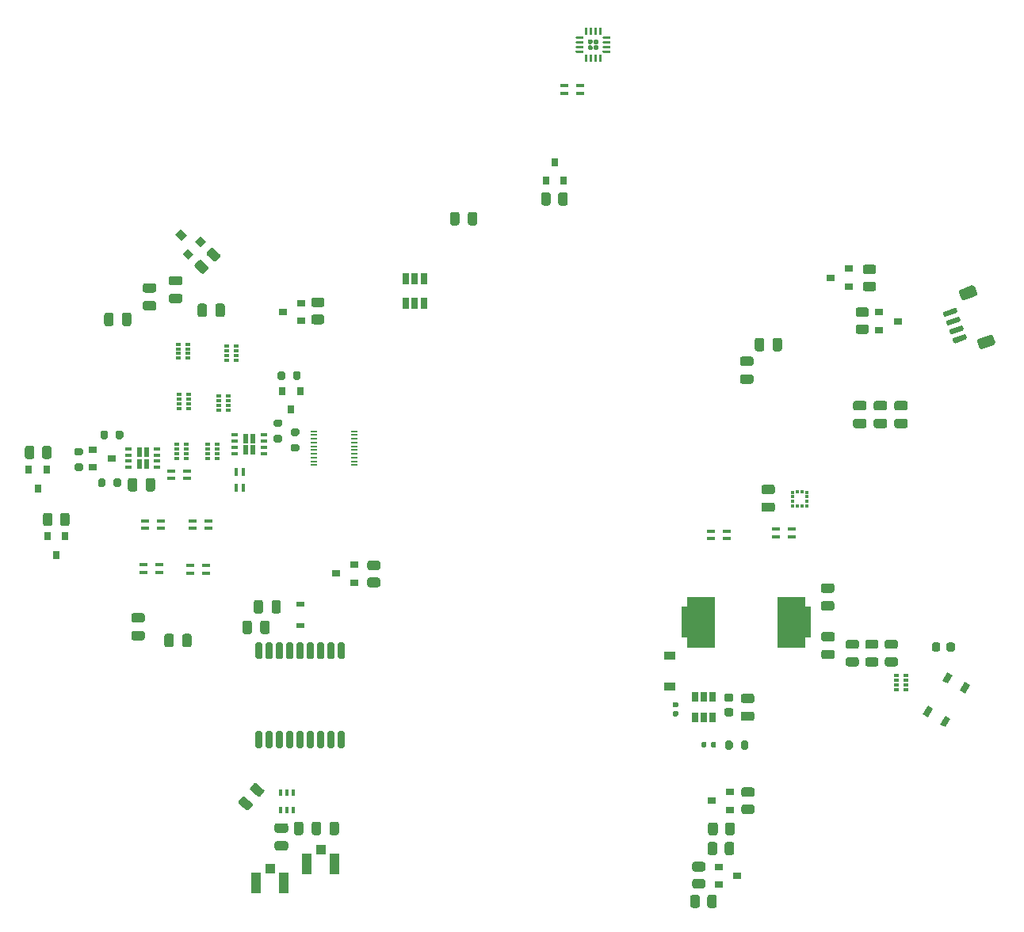
<source format=gbr>
G04 #@! TF.GenerationSoftware,KiCad,Pcbnew,(5.1.7)-1*
G04 #@! TF.CreationDate,2021-09-21T18:23:52-07:00*
G04 #@! TF.ProjectId,LCP_Controller,4c43505f-436f-46e7-9472-6f6c6c65722e,rev?*
G04 #@! TF.SameCoordinates,Original*
G04 #@! TF.FileFunction,Paste,Top*
G04 #@! TF.FilePolarity,Positive*
%FSLAX46Y46*%
G04 Gerber Fmt 4.6, Leading zero omitted, Abs format (unit mm)*
G04 Created by KiCad (PCBNEW (5.1.7)-1) date 2021-09-21 18:23:52*
%MOMM*%
%LPD*%
G01*
G04 APERTURE LIST*
%ADD10R,0.900000X0.400000*%
%ADD11R,0.800000X0.900000*%
%ADD12R,0.700000X0.200000*%
%ADD13R,0.600000X1.000000*%
%ADD14R,0.650000X0.350000*%
%ADD15R,0.650000X1.060000*%
%ADD16R,1.200000X0.900000*%
%ADD17R,0.900000X0.800000*%
%ADD18C,0.100000*%
%ADD19R,0.830000X0.630000*%
%ADD20R,0.325000X0.325000*%
%ADD21R,0.500000X0.400000*%
%ADD22R,0.500000X0.300000*%
%ADD23R,1.050000X2.200000*%
%ADD24R,1.000000X1.050000*%
%ADD25R,0.400000X0.650000*%
%ADD26R,0.650000X1.220000*%
%ADD27R,0.400000X0.900000*%
G04 APERTURE END LIST*
G36*
G01*
X148750400Y-124579400D02*
X148750400Y-123629400D01*
G75*
G02*
X149000400Y-123379400I250000J0D01*
G01*
X149500400Y-123379400D01*
G75*
G02*
X149750400Y-123629400I0J-250000D01*
G01*
X149750400Y-124579400D01*
G75*
G02*
X149500400Y-124829400I-250000J0D01*
G01*
X149000400Y-124829400D01*
G75*
G02*
X148750400Y-124579400I0J250000D01*
G01*
G37*
G36*
G01*
X150650400Y-124579400D02*
X150650400Y-123629400D01*
G75*
G02*
X150900400Y-123379400I250000J0D01*
G01*
X151400400Y-123379400D01*
G75*
G02*
X151650400Y-123629400I0J-250000D01*
G01*
X151650400Y-124579400D01*
G75*
G02*
X151400400Y-124829400I-250000J0D01*
G01*
X150900400Y-124829400D01*
G75*
G02*
X150650400Y-124579400I0J250000D01*
G01*
G37*
D10*
X210500000Y-148300000D03*
X210500000Y-147500000D03*
X212200000Y-147500000D03*
X212200000Y-148300000D03*
G36*
G01*
X134054800Y-146906401D02*
X134054800Y-146006399D01*
G75*
G02*
X134304799Y-145756400I249999J0D01*
G01*
X134829801Y-145756400D01*
G75*
G02*
X135079800Y-146006399I0J-249999D01*
G01*
X135079800Y-146906401D01*
G75*
G02*
X134829801Y-147156400I-249999J0D01*
G01*
X134304799Y-147156400D01*
G75*
G02*
X134054800Y-146906401I0J249999D01*
G01*
G37*
G36*
G01*
X132229800Y-146906401D02*
X132229800Y-146006399D01*
G75*
G02*
X132479799Y-145756400I249999J0D01*
G01*
X133004801Y-145756400D01*
G75*
G02*
X133254800Y-146006399I0J-249999D01*
G01*
X133254800Y-146906401D01*
G75*
G02*
X133004801Y-147156400I-249999J0D01*
G01*
X132479799Y-147156400D01*
G75*
G02*
X132229800Y-146906401I0J249999D01*
G01*
G37*
D11*
X133654800Y-150250400D03*
X132704800Y-148250400D03*
X134604800Y-148250400D03*
D12*
X161147000Y-137046000D03*
X165497000Y-137046000D03*
X161147000Y-137446000D03*
X165497000Y-137446000D03*
X161147000Y-137846000D03*
X165497000Y-137846000D03*
X161147000Y-138246000D03*
X165497000Y-138246000D03*
X161147000Y-138646000D03*
X165497000Y-138646000D03*
X161147000Y-139046000D03*
X165497000Y-139046000D03*
X161147000Y-139446000D03*
X165497000Y-139446000D03*
X161147000Y-139846000D03*
X165497000Y-139846000D03*
X161147000Y-140246000D03*
X165497000Y-140246000D03*
X161147000Y-140646000D03*
X165497000Y-140646000D03*
D10*
X144678400Y-151295200D03*
X144678400Y-152095200D03*
X142978400Y-152095200D03*
X142978400Y-151295200D03*
X149694000Y-151390400D03*
X149694000Y-152190400D03*
X147994000Y-152190400D03*
X147994000Y-151390400D03*
X144817200Y-146615200D03*
X144817200Y-147415200D03*
X143117200Y-147415200D03*
X143117200Y-146615200D03*
X149948000Y-146615200D03*
X149948000Y-147415200D03*
X148248000Y-147415200D03*
X148248000Y-146615200D03*
D13*
X153867300Y-137820200D03*
X154642300Y-137820200D03*
X154642300Y-139020200D03*
X153867300Y-139020200D03*
D14*
X155804800Y-137445200D03*
X155804800Y-138095200D03*
X155804800Y-138745200D03*
X155804800Y-139395200D03*
X152704800Y-139395200D03*
X152704800Y-138745200D03*
X152704800Y-138095200D03*
X152704800Y-137445200D03*
D13*
X143287900Y-140503200D03*
X142512900Y-140503200D03*
X142512900Y-139303200D03*
X143287900Y-139303200D03*
D14*
X141350400Y-140878200D03*
X141350400Y-140228200D03*
X141350400Y-139578200D03*
X141350400Y-138928200D03*
X144450400Y-138928200D03*
X144450400Y-139578200D03*
X144450400Y-140228200D03*
X144450400Y-140878200D03*
G36*
G01*
X207025000Y-167000000D02*
X207975000Y-167000000D01*
G75*
G02*
X208225000Y-167250000I0J-250000D01*
G01*
X208225000Y-167750000D01*
G75*
G02*
X207975000Y-168000000I-250000J0D01*
G01*
X207025000Y-168000000D01*
G75*
G02*
X206775000Y-167750000I0J250000D01*
G01*
X206775000Y-167250000D01*
G75*
G02*
X207025000Y-167000000I250000J0D01*
G01*
G37*
G36*
G01*
X207025000Y-165100000D02*
X207975000Y-165100000D01*
G75*
G02*
X208225000Y-165350000I0J-250000D01*
G01*
X208225000Y-165850000D01*
G75*
G02*
X207975000Y-166100000I-250000J0D01*
G01*
X207025000Y-166100000D01*
G75*
G02*
X206775000Y-165850000I0J250000D01*
G01*
X206775000Y-165350000D01*
G75*
G02*
X207025000Y-165100000I250000J0D01*
G01*
G37*
G36*
G01*
X224375000Y-134800000D02*
X223425000Y-134800000D01*
G75*
G02*
X223175000Y-134550000I0J250000D01*
G01*
X223175000Y-134050000D01*
G75*
G02*
X223425000Y-133800000I250000J0D01*
G01*
X224375000Y-133800000D01*
G75*
G02*
X224625000Y-134050000I0J-250000D01*
G01*
X224625000Y-134550000D01*
G75*
G02*
X224375000Y-134800000I-250000J0D01*
G01*
G37*
G36*
G01*
X224375000Y-136700000D02*
X223425000Y-136700000D01*
G75*
G02*
X223175000Y-136450000I0J250000D01*
G01*
X223175000Y-135950000D01*
G75*
G02*
X223425000Y-135700000I250000J0D01*
G01*
X224375000Y-135700000D01*
G75*
G02*
X224625000Y-135950000I0J-250000D01*
G01*
X224625000Y-136450000D01*
G75*
G02*
X224375000Y-136700000I-250000J0D01*
G01*
G37*
D10*
X187900000Y-100900000D03*
X187900000Y-100100000D03*
X189600000Y-100100000D03*
X189600000Y-100900000D03*
D15*
X202850000Y-165450000D03*
X201900000Y-165450000D03*
X203800000Y-165450000D03*
X203800000Y-167650000D03*
X202850000Y-167650000D03*
X201900000Y-167650000D03*
D16*
X199200000Y-161050000D03*
X199200000Y-164350000D03*
G36*
G01*
X147109600Y-159885400D02*
X147109600Y-158935400D01*
G75*
G02*
X147359600Y-158685400I250000J0D01*
G01*
X147859600Y-158685400D01*
G75*
G02*
X148109600Y-158935400I0J-250000D01*
G01*
X148109600Y-159885400D01*
G75*
G02*
X147859600Y-160135400I-250000J0D01*
G01*
X147359600Y-160135400D01*
G75*
G02*
X147109600Y-159885400I0J250000D01*
G01*
G37*
G36*
G01*
X145209600Y-159885400D02*
X145209600Y-158935400D01*
G75*
G02*
X145459600Y-158685400I250000J0D01*
G01*
X145959600Y-158685400D01*
G75*
G02*
X146209600Y-158935400I0J-250000D01*
G01*
X146209600Y-159885400D01*
G75*
G02*
X145959600Y-160135400I-250000J0D01*
G01*
X145459600Y-160135400D01*
G75*
G02*
X145209600Y-159885400I0J250000D01*
G01*
G37*
G36*
G01*
X215625000Y-160400000D02*
X216575000Y-160400000D01*
G75*
G02*
X216825000Y-160650000I0J-250000D01*
G01*
X216825000Y-161150000D01*
G75*
G02*
X216575000Y-161400000I-250000J0D01*
G01*
X215625000Y-161400000D01*
G75*
G02*
X215375000Y-161150000I0J250000D01*
G01*
X215375000Y-160650000D01*
G75*
G02*
X215625000Y-160400000I250000J0D01*
G01*
G37*
G36*
G01*
X215625000Y-158500000D02*
X216575000Y-158500000D01*
G75*
G02*
X216825000Y-158750000I0J-250000D01*
G01*
X216825000Y-159250000D01*
G75*
G02*
X216575000Y-159500000I-250000J0D01*
G01*
X215625000Y-159500000D01*
G75*
G02*
X215375000Y-159250000I0J250000D01*
G01*
X215375000Y-158750000D01*
G75*
G02*
X215625000Y-158500000I250000J0D01*
G01*
G37*
G36*
G01*
X216525000Y-154300000D02*
X215575000Y-154300000D01*
G75*
G02*
X215325000Y-154050000I0J250000D01*
G01*
X215325000Y-153550000D01*
G75*
G02*
X215575000Y-153300000I250000J0D01*
G01*
X216525000Y-153300000D01*
G75*
G02*
X216775000Y-153550000I0J-250000D01*
G01*
X216775000Y-154050000D01*
G75*
G02*
X216525000Y-154300000I-250000J0D01*
G01*
G37*
G36*
G01*
X216525000Y-156200000D02*
X215575000Y-156200000D01*
G75*
G02*
X215325000Y-155950000I0J250000D01*
G01*
X215325000Y-155450000D01*
G75*
G02*
X215575000Y-155200000I250000J0D01*
G01*
X216525000Y-155200000D01*
G75*
G02*
X216775000Y-155450000I0J-250000D01*
G01*
X216775000Y-155950000D01*
G75*
G02*
X216525000Y-156200000I-250000J0D01*
G01*
G37*
G36*
G01*
X199970000Y-166550000D02*
X199630000Y-166550000D01*
G75*
G02*
X199490000Y-166410000I0J140000D01*
G01*
X199490000Y-166130000D01*
G75*
G02*
X199630000Y-165990000I140000J0D01*
G01*
X199970000Y-165990000D01*
G75*
G02*
X200110000Y-166130000I0J-140000D01*
G01*
X200110000Y-166410000D01*
G75*
G02*
X199970000Y-166550000I-140000J0D01*
G01*
G37*
G36*
G01*
X199970000Y-167510000D02*
X199630000Y-167510000D01*
G75*
G02*
X199490000Y-167370000I0J140000D01*
G01*
X199490000Y-167090000D01*
G75*
G02*
X199630000Y-166950000I140000J0D01*
G01*
X199970000Y-166950000D01*
G75*
G02*
X200110000Y-167090000I0J-140000D01*
G01*
X200110000Y-167370000D01*
G75*
G02*
X199970000Y-167510000I-140000J0D01*
G01*
G37*
G36*
G01*
X205250000Y-166625000D02*
X205750000Y-166625000D01*
G75*
G02*
X205975000Y-166850000I0J-225000D01*
G01*
X205975000Y-167300000D01*
G75*
G02*
X205750000Y-167525000I-225000J0D01*
G01*
X205250000Y-167525000D01*
G75*
G02*
X205025000Y-167300000I0J225000D01*
G01*
X205025000Y-166850000D01*
G75*
G02*
X205250000Y-166625000I225000J0D01*
G01*
G37*
G36*
G01*
X205250000Y-165075000D02*
X205750000Y-165075000D01*
G75*
G02*
X205975000Y-165300000I0J-225000D01*
G01*
X205975000Y-165750000D01*
G75*
G02*
X205750000Y-165975000I-225000J0D01*
G01*
X205250000Y-165975000D01*
G75*
G02*
X205025000Y-165750000I0J225000D01*
G01*
X205025000Y-165300000D01*
G75*
G02*
X205250000Y-165075000I225000J0D01*
G01*
G37*
D17*
X216347800Y-120599200D03*
X218347800Y-119649200D03*
X218347800Y-121549200D03*
D18*
G36*
X147584431Y-116054951D02*
G01*
X147018745Y-116620637D01*
X146382349Y-115984241D01*
X146948035Y-115418555D01*
X147584431Y-116054951D01*
G37*
G36*
X149670396Y-116797413D02*
G01*
X149104710Y-117363099D01*
X148468314Y-116726703D01*
X149034000Y-116161017D01*
X149670396Y-116797413D01*
G37*
G36*
X148326893Y-118140916D02*
G01*
X147761207Y-118706602D01*
X147124811Y-118070206D01*
X147690497Y-117504520D01*
X148326893Y-118140916D01*
G37*
G36*
X230731115Y-165094173D02*
G01*
X230168199Y-164769173D01*
X230693199Y-163859847D01*
X231256115Y-164184847D01*
X230731115Y-165094173D01*
G37*
G36*
X228656115Y-168688179D02*
G01*
X228093199Y-168363179D01*
X228618199Y-167453853D01*
X229181115Y-167778853D01*
X228656115Y-168688179D01*
G37*
G36*
X228869161Y-164019173D02*
G01*
X228306245Y-163694173D01*
X228831245Y-162784847D01*
X229394161Y-163109847D01*
X228869161Y-164019173D01*
G37*
G36*
X226794161Y-167613179D02*
G01*
X226231245Y-167288179D01*
X226756245Y-166378853D01*
X227319161Y-166703853D01*
X226794161Y-167613179D01*
G37*
G36*
G01*
X132126300Y-139743601D02*
X132126300Y-138843599D01*
G75*
G02*
X132376299Y-138593600I249999J0D01*
G01*
X132901301Y-138593600D01*
G75*
G02*
X133151300Y-138843599I0J-249999D01*
G01*
X133151300Y-139743601D01*
G75*
G02*
X132901301Y-139993600I-249999J0D01*
G01*
X132376299Y-139993600D01*
G75*
G02*
X132126300Y-139743601I0J249999D01*
G01*
G37*
G36*
G01*
X130301300Y-139743601D02*
X130301300Y-138843599D01*
G75*
G02*
X130551299Y-138593600I249999J0D01*
G01*
X131076301Y-138593600D01*
G75*
G02*
X131326300Y-138843599I0J-249999D01*
G01*
X131326300Y-139743601D01*
G75*
G02*
X131076301Y-139993600I-249999J0D01*
G01*
X130551299Y-139993600D01*
G75*
G02*
X130301300Y-139743601I0J249999D01*
G01*
G37*
D11*
X131673600Y-143138400D03*
X130723600Y-141138400D03*
X132623600Y-141138400D03*
G36*
G01*
X142867400Y-157487200D02*
X141917400Y-157487200D01*
G75*
G02*
X141667400Y-157237200I0J250000D01*
G01*
X141667400Y-156737200D01*
G75*
G02*
X141917400Y-156487200I250000J0D01*
G01*
X142867400Y-156487200D01*
G75*
G02*
X143117400Y-156737200I0J-250000D01*
G01*
X143117400Y-157237200D01*
G75*
G02*
X142867400Y-157487200I-250000J0D01*
G01*
G37*
G36*
G01*
X142867400Y-159387200D02*
X141917400Y-159387200D01*
G75*
G02*
X141667400Y-159137200I0J250000D01*
G01*
X141667400Y-158637200D01*
G75*
G02*
X141917400Y-158387200I250000J0D01*
G01*
X142867400Y-158387200D01*
G75*
G02*
X143117400Y-158637200I0J-250000D01*
G01*
X143117400Y-159137200D01*
G75*
G02*
X142867400Y-159387200I-250000J0D01*
G01*
G37*
D17*
X206400000Y-184550000D03*
X204400000Y-185500000D03*
X204400000Y-183600000D03*
G36*
G01*
X163925000Y-169100000D02*
X164275000Y-169100000D01*
G75*
G02*
X164450000Y-169275000I0J-175000D01*
G01*
X164450000Y-170725000D01*
G75*
G02*
X164275000Y-170900000I-175000J0D01*
G01*
X163925000Y-170900000D01*
G75*
G02*
X163750000Y-170725000I0J175000D01*
G01*
X163750000Y-169275000D01*
G75*
G02*
X163925000Y-169100000I175000J0D01*
G01*
G37*
G36*
G01*
X162800000Y-169100000D02*
X163200000Y-169100000D01*
G75*
G02*
X163400000Y-169300000I0J-200000D01*
G01*
X163400000Y-170700000D01*
G75*
G02*
X163200000Y-170900000I-200000J0D01*
G01*
X162800000Y-170900000D01*
G75*
G02*
X162600000Y-170700000I0J200000D01*
G01*
X162600000Y-169300000D01*
G75*
G02*
X162800000Y-169100000I200000J0D01*
G01*
G37*
G36*
G01*
X161700000Y-169100000D02*
X162100000Y-169100000D01*
G75*
G02*
X162300000Y-169300000I0J-200000D01*
G01*
X162300000Y-170700000D01*
G75*
G02*
X162100000Y-170900000I-200000J0D01*
G01*
X161700000Y-170900000D01*
G75*
G02*
X161500000Y-170700000I0J200000D01*
G01*
X161500000Y-169300000D01*
G75*
G02*
X161700000Y-169100000I200000J0D01*
G01*
G37*
G36*
G01*
X160600000Y-169100000D02*
X161000000Y-169100000D01*
G75*
G02*
X161200000Y-169300000I0J-200000D01*
G01*
X161200000Y-170700000D01*
G75*
G02*
X161000000Y-170900000I-200000J0D01*
G01*
X160600000Y-170900000D01*
G75*
G02*
X160400000Y-170700000I0J200000D01*
G01*
X160400000Y-169300000D01*
G75*
G02*
X160600000Y-169100000I200000J0D01*
G01*
G37*
G36*
G01*
X159500000Y-169100000D02*
X159900000Y-169100000D01*
G75*
G02*
X160100000Y-169300000I0J-200000D01*
G01*
X160100000Y-170700000D01*
G75*
G02*
X159900000Y-170900000I-200000J0D01*
G01*
X159500000Y-170900000D01*
G75*
G02*
X159300000Y-170700000I0J200000D01*
G01*
X159300000Y-169300000D01*
G75*
G02*
X159500000Y-169100000I200000J0D01*
G01*
G37*
G36*
G01*
X158400000Y-169100000D02*
X158800000Y-169100000D01*
G75*
G02*
X159000000Y-169300000I0J-200000D01*
G01*
X159000000Y-170700000D01*
G75*
G02*
X158800000Y-170900000I-200000J0D01*
G01*
X158400000Y-170900000D01*
G75*
G02*
X158200000Y-170700000I0J200000D01*
G01*
X158200000Y-169300000D01*
G75*
G02*
X158400000Y-169100000I200000J0D01*
G01*
G37*
G36*
G01*
X157300000Y-169100000D02*
X157700000Y-169100000D01*
G75*
G02*
X157900000Y-169300000I0J-200000D01*
G01*
X157900000Y-170700000D01*
G75*
G02*
X157700000Y-170900000I-200000J0D01*
G01*
X157300000Y-170900000D01*
G75*
G02*
X157100000Y-170700000I0J200000D01*
G01*
X157100000Y-169300000D01*
G75*
G02*
X157300000Y-169100000I200000J0D01*
G01*
G37*
G36*
G01*
X156200000Y-169100000D02*
X156600000Y-169100000D01*
G75*
G02*
X156800000Y-169300000I0J-200000D01*
G01*
X156800000Y-170700000D01*
G75*
G02*
X156600000Y-170900000I-200000J0D01*
G01*
X156200000Y-170900000D01*
G75*
G02*
X156000000Y-170700000I0J200000D01*
G01*
X156000000Y-169300000D01*
G75*
G02*
X156200000Y-169100000I200000J0D01*
G01*
G37*
G36*
G01*
X155125000Y-169100000D02*
X155475000Y-169100000D01*
G75*
G02*
X155650000Y-169275000I0J-175000D01*
G01*
X155650000Y-170725000D01*
G75*
G02*
X155475000Y-170900000I-175000J0D01*
G01*
X155125000Y-170900000D01*
G75*
G02*
X154950000Y-170725000I0J175000D01*
G01*
X154950000Y-169275000D01*
G75*
G02*
X155125000Y-169100000I175000J0D01*
G01*
G37*
G36*
G01*
X155125000Y-159600000D02*
X155475000Y-159600000D01*
G75*
G02*
X155650000Y-159775000I0J-175000D01*
G01*
X155650000Y-161225000D01*
G75*
G02*
X155475000Y-161400000I-175000J0D01*
G01*
X155125000Y-161400000D01*
G75*
G02*
X154950000Y-161225000I0J175000D01*
G01*
X154950000Y-159775000D01*
G75*
G02*
X155125000Y-159600000I175000J0D01*
G01*
G37*
G36*
G01*
X156200000Y-159600000D02*
X156600000Y-159600000D01*
G75*
G02*
X156800000Y-159800000I0J-200000D01*
G01*
X156800000Y-161200000D01*
G75*
G02*
X156600000Y-161400000I-200000J0D01*
G01*
X156200000Y-161400000D01*
G75*
G02*
X156000000Y-161200000I0J200000D01*
G01*
X156000000Y-159800000D01*
G75*
G02*
X156200000Y-159600000I200000J0D01*
G01*
G37*
G36*
G01*
X157300000Y-159600000D02*
X157700000Y-159600000D01*
G75*
G02*
X157900000Y-159800000I0J-200000D01*
G01*
X157900000Y-161200000D01*
G75*
G02*
X157700000Y-161400000I-200000J0D01*
G01*
X157300000Y-161400000D01*
G75*
G02*
X157100000Y-161200000I0J200000D01*
G01*
X157100000Y-159800000D01*
G75*
G02*
X157300000Y-159600000I200000J0D01*
G01*
G37*
G36*
G01*
X158400000Y-159600000D02*
X158800000Y-159600000D01*
G75*
G02*
X159000000Y-159800000I0J-200000D01*
G01*
X159000000Y-161200000D01*
G75*
G02*
X158800000Y-161400000I-200000J0D01*
G01*
X158400000Y-161400000D01*
G75*
G02*
X158200000Y-161200000I0J200000D01*
G01*
X158200000Y-159800000D01*
G75*
G02*
X158400000Y-159600000I200000J0D01*
G01*
G37*
G36*
G01*
X159500000Y-159600000D02*
X159900000Y-159600000D01*
G75*
G02*
X160100000Y-159800000I0J-200000D01*
G01*
X160100000Y-161200000D01*
G75*
G02*
X159900000Y-161400000I-200000J0D01*
G01*
X159500000Y-161400000D01*
G75*
G02*
X159300000Y-161200000I0J200000D01*
G01*
X159300000Y-159800000D01*
G75*
G02*
X159500000Y-159600000I200000J0D01*
G01*
G37*
G36*
G01*
X160600000Y-159600000D02*
X161000000Y-159600000D01*
G75*
G02*
X161200000Y-159800000I0J-200000D01*
G01*
X161200000Y-161200000D01*
G75*
G02*
X161000000Y-161400000I-200000J0D01*
G01*
X160600000Y-161400000D01*
G75*
G02*
X160400000Y-161200000I0J200000D01*
G01*
X160400000Y-159800000D01*
G75*
G02*
X160600000Y-159600000I200000J0D01*
G01*
G37*
G36*
G01*
X161700000Y-159600000D02*
X162100000Y-159600000D01*
G75*
G02*
X162300000Y-159800000I0J-200000D01*
G01*
X162300000Y-161200000D01*
G75*
G02*
X162100000Y-161400000I-200000J0D01*
G01*
X161700000Y-161400000D01*
G75*
G02*
X161500000Y-161200000I0J200000D01*
G01*
X161500000Y-159800000D01*
G75*
G02*
X161700000Y-159600000I200000J0D01*
G01*
G37*
G36*
G01*
X162800000Y-159600000D02*
X163200000Y-159600000D01*
G75*
G02*
X163400000Y-159800000I0J-200000D01*
G01*
X163400000Y-161200000D01*
G75*
G02*
X163200000Y-161400000I-200000J0D01*
G01*
X162800000Y-161400000D01*
G75*
G02*
X162600000Y-161200000I0J200000D01*
G01*
X162600000Y-159800000D01*
G75*
G02*
X162800000Y-159600000I200000J0D01*
G01*
G37*
G36*
G01*
X163925000Y-159600000D02*
X164275000Y-159600000D01*
G75*
G02*
X164450000Y-159775000I0J-175000D01*
G01*
X164450000Y-161225000D01*
G75*
G02*
X164275000Y-161400000I-175000J0D01*
G01*
X163925000Y-161400000D01*
G75*
G02*
X163750000Y-161225000I0J175000D01*
G01*
X163750000Y-159775000D01*
G75*
G02*
X163925000Y-159600000I175000J0D01*
G01*
G37*
G36*
G01*
X161950000Y-179025000D02*
X161950000Y-179975000D01*
G75*
G02*
X161700000Y-180225000I-250000J0D01*
G01*
X161200000Y-180225000D01*
G75*
G02*
X160950000Y-179975000I0J250000D01*
G01*
X160950000Y-179025000D01*
G75*
G02*
X161200000Y-178775000I250000J0D01*
G01*
X161700000Y-178775000D01*
G75*
G02*
X161950000Y-179025000I0J-250000D01*
G01*
G37*
G36*
G01*
X163850000Y-179025000D02*
X163850000Y-179975000D01*
G75*
G02*
X163600000Y-180225000I-250000J0D01*
G01*
X163100000Y-180225000D01*
G75*
G02*
X162850000Y-179975000I0J250000D01*
G01*
X162850000Y-179025000D01*
G75*
G02*
X163100000Y-178775000I250000J0D01*
G01*
X163600000Y-178775000D01*
G75*
G02*
X163850000Y-179025000I0J-250000D01*
G01*
G37*
D19*
X159715200Y-155517200D03*
X159715200Y-157817200D03*
D20*
X213350000Y-145062500D03*
X212850000Y-145062500D03*
X212850000Y-143537500D03*
X213350000Y-143537500D03*
X212337500Y-145050000D03*
X213862500Y-145050000D03*
X212337500Y-143550000D03*
X213862500Y-143550000D03*
X212337500Y-144050000D03*
X212337500Y-144550000D03*
X213862500Y-144050000D03*
X213862500Y-144550000D03*
D18*
G36*
X203994255Y-154733961D02*
G01*
X204003634Y-154736806D01*
X204012279Y-154741427D01*
X204019855Y-154747645D01*
X204026073Y-154755221D01*
X204030694Y-154763866D01*
X204033539Y-154773245D01*
X204034500Y-154783000D01*
X204034500Y-160117000D01*
X204033539Y-160126755D01*
X204030694Y-160136134D01*
X204026073Y-160144779D01*
X204019855Y-160152355D01*
X204012279Y-160158573D01*
X204003634Y-160163194D01*
X203994255Y-160166039D01*
X203984500Y-160167000D01*
X201063500Y-160167000D01*
X201053745Y-160166039D01*
X201044366Y-160163194D01*
X201035721Y-160158573D01*
X201028145Y-160152355D01*
X201021927Y-160144779D01*
X201017306Y-160136134D01*
X201014461Y-160126755D01*
X201013500Y-160117000D01*
X201013500Y-159087500D01*
X200492000Y-159087500D01*
X200482245Y-159086539D01*
X200472866Y-159083694D01*
X200464221Y-159079073D01*
X200456645Y-159072855D01*
X200450427Y-159065279D01*
X200445806Y-159056634D01*
X200442961Y-159047255D01*
X200442000Y-159037500D01*
X200442000Y-155862500D01*
X200442961Y-155852745D01*
X200445806Y-155843366D01*
X200450427Y-155834721D01*
X200456645Y-155827145D01*
X200464221Y-155820927D01*
X200472866Y-155816306D01*
X200482245Y-155813461D01*
X200492000Y-155812500D01*
X201013500Y-155812500D01*
X201013500Y-154783000D01*
X201014461Y-154773245D01*
X201017306Y-154763866D01*
X201021927Y-154755221D01*
X201028145Y-154747645D01*
X201035721Y-154741427D01*
X201044366Y-154736806D01*
X201053745Y-154733961D01*
X201063500Y-154733000D01*
X203984500Y-154733000D01*
X203994255Y-154733961D01*
G37*
G36*
X213646255Y-154733961D02*
G01*
X213655634Y-154736806D01*
X213664279Y-154741427D01*
X213671855Y-154747645D01*
X213678073Y-154755221D01*
X213682694Y-154763866D01*
X213685539Y-154773245D01*
X213686500Y-154783000D01*
X213686500Y-155812500D01*
X214208000Y-155812500D01*
X214217755Y-155813461D01*
X214227134Y-155816306D01*
X214235779Y-155820927D01*
X214243355Y-155827145D01*
X214249573Y-155834721D01*
X214254194Y-155843366D01*
X214257039Y-155852745D01*
X214258000Y-155862500D01*
X214258000Y-159037500D01*
X214257039Y-159047255D01*
X214254194Y-159056634D01*
X214249573Y-159065279D01*
X214243355Y-159072855D01*
X214235779Y-159079073D01*
X214227134Y-159083694D01*
X214217755Y-159086539D01*
X214208000Y-159087500D01*
X213686500Y-159087500D01*
X213686500Y-160117000D01*
X213685539Y-160126755D01*
X213682694Y-160136134D01*
X213678073Y-160144779D01*
X213671855Y-160152355D01*
X213664279Y-160158573D01*
X213655634Y-160163194D01*
X213646255Y-160166039D01*
X213636500Y-160167000D01*
X210779000Y-160167000D01*
X210769245Y-160166039D01*
X210759866Y-160163194D01*
X210751221Y-160158573D01*
X210743645Y-160152355D01*
X210737427Y-160144779D01*
X210732806Y-160136134D01*
X210729961Y-160126755D01*
X210729000Y-160117000D01*
X210729000Y-154783000D01*
X210729961Y-154773245D01*
X210732806Y-154763866D01*
X210737427Y-154755221D01*
X210743645Y-154747645D01*
X210751221Y-154741427D01*
X210759866Y-154736806D01*
X210769245Y-154733961D01*
X210779000Y-154733000D01*
X213636500Y-154733000D01*
X213646255Y-154733961D01*
G37*
D21*
X150868000Y-139942000D03*
D22*
X150868000Y-139442000D03*
D21*
X150868000Y-138442000D03*
D22*
X150868000Y-138942000D03*
D21*
X149868000Y-139942000D03*
D22*
X149868000Y-138942000D03*
X149868000Y-139442000D03*
D21*
X149868000Y-138442000D03*
X146566000Y-138442000D03*
D22*
X146566000Y-138942000D03*
D21*
X146566000Y-139942000D03*
D22*
X146566000Y-139442000D03*
D21*
X147566000Y-138442000D03*
D22*
X147566000Y-139442000D03*
X147566000Y-138942000D03*
D21*
X147566000Y-139942000D03*
X152036400Y-134760400D03*
D22*
X152036400Y-134260400D03*
D21*
X152036400Y-133260400D03*
D22*
X152036400Y-133760400D03*
D21*
X151036400Y-134760400D03*
D22*
X151036400Y-133760400D03*
X151036400Y-134260400D03*
D21*
X151036400Y-133260400D03*
X146769200Y-133108000D03*
D22*
X146769200Y-133608000D03*
D21*
X146769200Y-134608000D03*
D22*
X146769200Y-134108000D03*
D21*
X147769200Y-133108000D03*
D22*
X147769200Y-134108000D03*
X147769200Y-133608000D03*
D21*
X147769200Y-134608000D03*
X152857200Y-129422400D03*
D22*
X152857200Y-128922400D03*
D21*
X152857200Y-127922400D03*
D22*
X152857200Y-128422400D03*
D21*
X151857200Y-129422400D03*
D22*
X151857200Y-128422400D03*
X151857200Y-128922400D03*
D21*
X151857200Y-127922400D03*
X146718400Y-127723200D03*
D22*
X146718400Y-128223200D03*
D21*
X146718400Y-129223200D03*
D22*
X146718400Y-128723200D03*
D21*
X147718400Y-127723200D03*
D22*
X147718400Y-128723200D03*
X147718400Y-128223200D03*
D21*
X147718400Y-129223200D03*
X224434400Y-164669600D03*
D22*
X224434400Y-164169600D03*
D21*
X224434400Y-163169600D03*
D22*
X224434400Y-163669600D03*
D21*
X223434400Y-164669600D03*
D22*
X223434400Y-163669600D03*
X223434400Y-164169600D03*
D21*
X223434400Y-163169600D03*
D23*
X163375000Y-183275000D03*
D24*
X161900000Y-181750000D03*
D23*
X160425000Y-183275000D03*
D25*
X157650000Y-175650000D03*
X158950000Y-175650000D03*
X158300000Y-177550000D03*
X158300000Y-175650000D03*
X158950000Y-177550000D03*
X157650000Y-177550000D03*
D26*
X172908000Y-123342400D03*
X171958000Y-123342400D03*
X171008000Y-123342400D03*
X171008000Y-120722400D03*
X171958000Y-120722400D03*
X172908000Y-120722400D03*
G36*
G01*
X190940000Y-95265000D02*
X190940000Y-95515000D01*
G75*
G02*
X190815000Y-95640000I-125000J0D01*
G01*
X190565000Y-95640000D01*
G75*
G02*
X190440000Y-95515000I0J125000D01*
G01*
X190440000Y-95265000D01*
G75*
G02*
X190565000Y-95140000I125000J0D01*
G01*
X190815000Y-95140000D01*
G75*
G02*
X190940000Y-95265000I0J-125000D01*
G01*
G37*
G36*
G01*
X190940000Y-95885000D02*
X190940000Y-96135000D01*
G75*
G02*
X190815000Y-96260000I-125000J0D01*
G01*
X190565000Y-96260000D01*
G75*
G02*
X190440000Y-96135000I0J125000D01*
G01*
X190440000Y-95885000D01*
G75*
G02*
X190565000Y-95760000I125000J0D01*
G01*
X190815000Y-95760000D01*
G75*
G02*
X190940000Y-95885000I0J-125000D01*
G01*
G37*
G36*
G01*
X191560000Y-95265000D02*
X191560000Y-95515000D01*
G75*
G02*
X191435000Y-95640000I-125000J0D01*
G01*
X191185000Y-95640000D01*
G75*
G02*
X191060000Y-95515000I0J125000D01*
G01*
X191060000Y-95265000D01*
G75*
G02*
X191185000Y-95140000I125000J0D01*
G01*
X191435000Y-95140000D01*
G75*
G02*
X191560000Y-95265000I0J-125000D01*
G01*
G37*
G36*
G01*
X191560000Y-95885000D02*
X191560000Y-96135000D01*
G75*
G02*
X191435000Y-96260000I-125000J0D01*
G01*
X191185000Y-96260000D01*
G75*
G02*
X191060000Y-96135000I0J125000D01*
G01*
X191060000Y-95885000D01*
G75*
G02*
X191185000Y-95760000I125000J0D01*
G01*
X191435000Y-95760000D01*
G75*
G02*
X191560000Y-95885000I0J-125000D01*
G01*
G37*
G36*
G01*
X191875000Y-96787500D02*
X191875000Y-97487500D01*
G75*
G02*
X191812500Y-97550000I-62500J0D01*
G01*
X191687500Y-97550000D01*
G75*
G02*
X191625000Y-97487500I0J62500D01*
G01*
X191625000Y-96787500D01*
G75*
G02*
X191687500Y-96725000I62500J0D01*
G01*
X191812500Y-96725000D01*
G75*
G02*
X191875000Y-96787500I0J-62500D01*
G01*
G37*
G36*
G01*
X191375000Y-96787500D02*
X191375000Y-97487500D01*
G75*
G02*
X191312500Y-97550000I-62500J0D01*
G01*
X191187500Y-97550000D01*
G75*
G02*
X191125000Y-97487500I0J62500D01*
G01*
X191125000Y-96787500D01*
G75*
G02*
X191187500Y-96725000I62500J0D01*
G01*
X191312500Y-96725000D01*
G75*
G02*
X191375000Y-96787500I0J-62500D01*
G01*
G37*
G36*
G01*
X190875000Y-96787500D02*
X190875000Y-97487500D01*
G75*
G02*
X190812500Y-97550000I-62500J0D01*
G01*
X190687500Y-97550000D01*
G75*
G02*
X190625000Y-97487500I0J62500D01*
G01*
X190625000Y-96787500D01*
G75*
G02*
X190687500Y-96725000I62500J0D01*
G01*
X190812500Y-96725000D01*
G75*
G02*
X190875000Y-96787500I0J-62500D01*
G01*
G37*
G36*
G01*
X190375000Y-96787500D02*
X190375000Y-97487500D01*
G75*
G02*
X190312500Y-97550000I-62500J0D01*
G01*
X190187500Y-97550000D01*
G75*
G02*
X190125000Y-97487500I0J62500D01*
G01*
X190125000Y-96787500D01*
G75*
G02*
X190187500Y-96725000I62500J0D01*
G01*
X190312500Y-96725000D01*
G75*
G02*
X190375000Y-96787500I0J-62500D01*
G01*
G37*
G36*
G01*
X189975000Y-96387500D02*
X189975000Y-96512500D01*
G75*
G02*
X189912500Y-96575000I-62500J0D01*
G01*
X189212500Y-96575000D01*
G75*
G02*
X189150000Y-96512500I0J62500D01*
G01*
X189150000Y-96387500D01*
G75*
G02*
X189212500Y-96325000I62500J0D01*
G01*
X189912500Y-96325000D01*
G75*
G02*
X189975000Y-96387500I0J-62500D01*
G01*
G37*
G36*
G01*
X189975000Y-95887500D02*
X189975000Y-96012500D01*
G75*
G02*
X189912500Y-96075000I-62500J0D01*
G01*
X189212500Y-96075000D01*
G75*
G02*
X189150000Y-96012500I0J62500D01*
G01*
X189150000Y-95887500D01*
G75*
G02*
X189212500Y-95825000I62500J0D01*
G01*
X189912500Y-95825000D01*
G75*
G02*
X189975000Y-95887500I0J-62500D01*
G01*
G37*
G36*
G01*
X189975000Y-95387500D02*
X189975000Y-95512500D01*
G75*
G02*
X189912500Y-95575000I-62500J0D01*
G01*
X189212500Y-95575000D01*
G75*
G02*
X189150000Y-95512500I0J62500D01*
G01*
X189150000Y-95387500D01*
G75*
G02*
X189212500Y-95325000I62500J0D01*
G01*
X189912500Y-95325000D01*
G75*
G02*
X189975000Y-95387500I0J-62500D01*
G01*
G37*
G36*
G01*
X189975000Y-94887500D02*
X189975000Y-95012500D01*
G75*
G02*
X189912500Y-95075000I-62500J0D01*
G01*
X189212500Y-95075000D01*
G75*
G02*
X189150000Y-95012500I0J62500D01*
G01*
X189150000Y-94887500D01*
G75*
G02*
X189212500Y-94825000I62500J0D01*
G01*
X189912500Y-94825000D01*
G75*
G02*
X189975000Y-94887500I0J-62500D01*
G01*
G37*
G36*
G01*
X190375000Y-93912500D02*
X190375000Y-94612500D01*
G75*
G02*
X190312500Y-94675000I-62500J0D01*
G01*
X190187500Y-94675000D01*
G75*
G02*
X190125000Y-94612500I0J62500D01*
G01*
X190125000Y-93912500D01*
G75*
G02*
X190187500Y-93850000I62500J0D01*
G01*
X190312500Y-93850000D01*
G75*
G02*
X190375000Y-93912500I0J-62500D01*
G01*
G37*
G36*
G01*
X190875000Y-93912500D02*
X190875000Y-94612500D01*
G75*
G02*
X190812500Y-94675000I-62500J0D01*
G01*
X190687500Y-94675000D01*
G75*
G02*
X190625000Y-94612500I0J62500D01*
G01*
X190625000Y-93912500D01*
G75*
G02*
X190687500Y-93850000I62500J0D01*
G01*
X190812500Y-93850000D01*
G75*
G02*
X190875000Y-93912500I0J-62500D01*
G01*
G37*
G36*
G01*
X191375000Y-93912500D02*
X191375000Y-94612500D01*
G75*
G02*
X191312500Y-94675000I-62500J0D01*
G01*
X191187500Y-94675000D01*
G75*
G02*
X191125000Y-94612500I0J62500D01*
G01*
X191125000Y-93912500D01*
G75*
G02*
X191187500Y-93850000I62500J0D01*
G01*
X191312500Y-93850000D01*
G75*
G02*
X191375000Y-93912500I0J-62500D01*
G01*
G37*
G36*
G01*
X191875000Y-93912500D02*
X191875000Y-94612500D01*
G75*
G02*
X191812500Y-94675000I-62500J0D01*
G01*
X191687500Y-94675000D01*
G75*
G02*
X191625000Y-94612500I0J62500D01*
G01*
X191625000Y-93912500D01*
G75*
G02*
X191687500Y-93850000I62500J0D01*
G01*
X191812500Y-93850000D01*
G75*
G02*
X191875000Y-93912500I0J-62500D01*
G01*
G37*
G36*
G01*
X192850000Y-94887500D02*
X192850000Y-95012500D01*
G75*
G02*
X192787500Y-95075000I-62500J0D01*
G01*
X192087500Y-95075000D01*
G75*
G02*
X192025000Y-95012500I0J62500D01*
G01*
X192025000Y-94887500D01*
G75*
G02*
X192087500Y-94825000I62500J0D01*
G01*
X192787500Y-94825000D01*
G75*
G02*
X192850000Y-94887500I0J-62500D01*
G01*
G37*
G36*
G01*
X192850000Y-95387500D02*
X192850000Y-95512500D01*
G75*
G02*
X192787500Y-95575000I-62500J0D01*
G01*
X192087500Y-95575000D01*
G75*
G02*
X192025000Y-95512500I0J62500D01*
G01*
X192025000Y-95387500D01*
G75*
G02*
X192087500Y-95325000I62500J0D01*
G01*
X192787500Y-95325000D01*
G75*
G02*
X192850000Y-95387500I0J-62500D01*
G01*
G37*
G36*
G01*
X192850000Y-95887500D02*
X192850000Y-96012500D01*
G75*
G02*
X192787500Y-96075000I-62500J0D01*
G01*
X192087500Y-96075000D01*
G75*
G02*
X192025000Y-96012500I0J62500D01*
G01*
X192025000Y-95887500D01*
G75*
G02*
X192087500Y-95825000I62500J0D01*
G01*
X192787500Y-95825000D01*
G75*
G02*
X192850000Y-95887500I0J-62500D01*
G01*
G37*
G36*
G01*
X192850000Y-96387500D02*
X192850000Y-96512500D01*
G75*
G02*
X192787500Y-96575000I-62500J0D01*
G01*
X192087500Y-96575000D01*
G75*
G02*
X192025000Y-96512500I0J62500D01*
G01*
X192025000Y-96387500D01*
G75*
G02*
X192087500Y-96325000I62500J0D01*
G01*
X192787500Y-96325000D01*
G75*
G02*
X192850000Y-96387500I0J-62500D01*
G01*
G37*
D10*
X205250000Y-147700000D03*
X205250000Y-148500000D03*
X203550000Y-148500000D03*
X203550000Y-147700000D03*
D27*
X152863600Y-141390000D03*
X153663600Y-141390000D03*
X153663600Y-143090000D03*
X152863600Y-143090000D03*
D10*
X145962000Y-142081200D03*
X145962000Y-141281200D03*
X147662000Y-141281200D03*
X147662000Y-142081200D03*
G36*
G01*
X204262500Y-181199998D02*
X204262500Y-182100002D01*
G75*
G02*
X204012502Y-182350000I-249998J0D01*
G01*
X203487498Y-182350000D01*
G75*
G02*
X203237500Y-182100002I0J249998D01*
G01*
X203237500Y-181199998D01*
G75*
G02*
X203487498Y-180950000I249998J0D01*
G01*
X204012502Y-180950000D01*
G75*
G02*
X204262500Y-181199998I0J-249998D01*
G01*
G37*
G36*
G01*
X206087500Y-181199998D02*
X206087500Y-182100002D01*
G75*
G02*
X205837502Y-182350000I-249998J0D01*
G01*
X205312498Y-182350000D01*
G75*
G02*
X205062500Y-182100002I0J249998D01*
G01*
X205062500Y-181199998D01*
G75*
G02*
X205312498Y-180950000I249998J0D01*
G01*
X205837502Y-180950000D01*
G75*
G02*
X206087500Y-181199998I0J-249998D01*
G01*
G37*
G36*
G01*
X204312500Y-179099998D02*
X204312500Y-180000002D01*
G75*
G02*
X204062502Y-180250000I-249998J0D01*
G01*
X203537498Y-180250000D01*
G75*
G02*
X203287500Y-180000002I0J249998D01*
G01*
X203287500Y-179099998D01*
G75*
G02*
X203537498Y-178850000I249998J0D01*
G01*
X204062502Y-178850000D01*
G75*
G02*
X204312500Y-179099998I0J-249998D01*
G01*
G37*
G36*
G01*
X206137500Y-179099998D02*
X206137500Y-180000002D01*
G75*
G02*
X205887502Y-180250000I-249998J0D01*
G01*
X205362498Y-180250000D01*
G75*
G02*
X205112500Y-180000002I0J249998D01*
G01*
X205112500Y-179099998D01*
G75*
G02*
X205362498Y-178850000I249998J0D01*
G01*
X205887502Y-178850000D01*
G75*
G02*
X206137500Y-179099998I0J-249998D01*
G01*
G37*
G36*
G01*
X207099998Y-176937500D02*
X208000002Y-176937500D01*
G75*
G02*
X208250000Y-177187498I0J-249998D01*
G01*
X208250000Y-177712502D01*
G75*
G02*
X208000002Y-177962500I-249998J0D01*
G01*
X207099998Y-177962500D01*
G75*
G02*
X206850000Y-177712502I0J249998D01*
G01*
X206850000Y-177187498D01*
G75*
G02*
X207099998Y-176937500I249998J0D01*
G01*
G37*
G36*
G01*
X207099998Y-175112500D02*
X208000002Y-175112500D01*
G75*
G02*
X208250000Y-175362498I0J-249998D01*
G01*
X208250000Y-175887502D01*
G75*
G02*
X208000002Y-176137500I-249998J0D01*
G01*
X207099998Y-176137500D01*
G75*
G02*
X206850000Y-175887502I0J249998D01*
G01*
X206850000Y-175362498D01*
G75*
G02*
X207099998Y-175112500I249998J0D01*
G01*
G37*
G36*
G01*
X201849998Y-184900000D02*
X202750002Y-184900000D01*
G75*
G02*
X203000000Y-185149998I0J-249998D01*
G01*
X203000000Y-185675002D01*
G75*
G02*
X202750002Y-185925000I-249998J0D01*
G01*
X201849998Y-185925000D01*
G75*
G02*
X201600000Y-185675002I0J249998D01*
G01*
X201600000Y-185149998D01*
G75*
G02*
X201849998Y-184900000I249998J0D01*
G01*
G37*
G36*
G01*
X201849998Y-183075000D02*
X202750002Y-183075000D01*
G75*
G02*
X203000000Y-183324998I0J-249998D01*
G01*
X203000000Y-183850002D01*
G75*
G02*
X202750002Y-184100000I-249998J0D01*
G01*
X201849998Y-184100000D01*
G75*
G02*
X201600000Y-183850002I0J249998D01*
G01*
X201600000Y-183324998D01*
G75*
G02*
X201849998Y-183075000I249998J0D01*
G01*
G37*
G36*
G01*
X202400000Y-186849998D02*
X202400000Y-187750002D01*
G75*
G02*
X202150002Y-188000000I-249998J0D01*
G01*
X201624998Y-188000000D01*
G75*
G02*
X201375000Y-187750002I0J249998D01*
G01*
X201375000Y-186849998D01*
G75*
G02*
X201624998Y-186600000I249998J0D01*
G01*
X202150002Y-186600000D01*
G75*
G02*
X202400000Y-186849998I0J-249998D01*
G01*
G37*
G36*
G01*
X204225000Y-186849998D02*
X204225000Y-187750002D01*
G75*
G02*
X203975002Y-188000000I-249998J0D01*
G01*
X203449998Y-188000000D01*
G75*
G02*
X203200000Y-187750002I0J249998D01*
G01*
X203200000Y-186849998D01*
G75*
G02*
X203449998Y-186600000I249998J0D01*
G01*
X203975002Y-186600000D01*
G75*
G02*
X204225000Y-186849998I0J-249998D01*
G01*
G37*
G36*
G01*
X220072798Y-121039200D02*
X220972802Y-121039200D01*
G75*
G02*
X221222800Y-121289198I0J-249998D01*
G01*
X221222800Y-121814202D01*
G75*
G02*
X220972802Y-122064200I-249998J0D01*
G01*
X220072798Y-122064200D01*
G75*
G02*
X219822800Y-121814202I0J249998D01*
G01*
X219822800Y-121289198D01*
G75*
G02*
X220072798Y-121039200I249998J0D01*
G01*
G37*
G36*
G01*
X220072798Y-119214200D02*
X220972802Y-119214200D01*
G75*
G02*
X221222800Y-119464198I0J-249998D01*
G01*
X221222800Y-119989202D01*
G75*
G02*
X220972802Y-120239200I-249998J0D01*
G01*
X220072798Y-120239200D01*
G75*
G02*
X219822800Y-119989202I0J249998D01*
G01*
X219822800Y-119464198D01*
G75*
G02*
X220072798Y-119214200I249998J0D01*
G01*
G37*
G36*
G01*
X167125498Y-152684500D02*
X168025502Y-152684500D01*
G75*
G02*
X168275500Y-152934498I0J-249998D01*
G01*
X168275500Y-153459502D01*
G75*
G02*
X168025502Y-153709500I-249998J0D01*
G01*
X167125498Y-153709500D01*
G75*
G02*
X166875500Y-153459502I0J249998D01*
G01*
X166875500Y-152934498D01*
G75*
G02*
X167125498Y-152684500I249998J0D01*
G01*
G37*
G36*
G01*
X167125498Y-150859500D02*
X168025502Y-150859500D01*
G75*
G02*
X168275500Y-151109498I0J-249998D01*
G01*
X168275500Y-151634502D01*
G75*
G02*
X168025502Y-151884500I-249998J0D01*
G01*
X167125498Y-151884500D01*
G75*
G02*
X166875500Y-151634502I0J249998D01*
G01*
X166875500Y-151109498D01*
G75*
G02*
X167125498Y-150859500I249998J0D01*
G01*
G37*
G36*
G01*
X220200002Y-124812500D02*
X219299998Y-124812500D01*
G75*
G02*
X219050000Y-124562502I0J249998D01*
G01*
X219050000Y-124037498D01*
G75*
G02*
X219299998Y-123787500I249998J0D01*
G01*
X220200002Y-123787500D01*
G75*
G02*
X220450000Y-124037498I0J-249998D01*
G01*
X220450000Y-124562502D01*
G75*
G02*
X220200002Y-124812500I-249998J0D01*
G01*
G37*
G36*
G01*
X220200002Y-126637500D02*
X219299998Y-126637500D01*
G75*
G02*
X219050000Y-126387502I0J249998D01*
G01*
X219050000Y-125862498D01*
G75*
G02*
X219299998Y-125612500I249998J0D01*
G01*
X220200002Y-125612500D01*
G75*
G02*
X220450000Y-125862498I0J-249998D01*
G01*
X220450000Y-126387502D01*
G75*
G02*
X220200002Y-126637500I-249998J0D01*
G01*
G37*
G36*
G01*
X158959600Y-131339000D02*
X158959600Y-130789000D01*
G75*
G02*
X159159600Y-130589000I200000J0D01*
G01*
X159559600Y-130589000D01*
G75*
G02*
X159759600Y-130789000I0J-200000D01*
G01*
X159759600Y-131339000D01*
G75*
G02*
X159559600Y-131539000I-200000J0D01*
G01*
X159159600Y-131539000D01*
G75*
G02*
X158959600Y-131339000I0J200000D01*
G01*
G37*
G36*
G01*
X157309600Y-131339000D02*
X157309600Y-130789000D01*
G75*
G02*
X157509600Y-130589000I200000J0D01*
G01*
X157909600Y-130589000D01*
G75*
G02*
X158109600Y-130789000I0J-200000D01*
G01*
X158109600Y-131339000D01*
G75*
G02*
X157909600Y-131539000I-200000J0D01*
G01*
X157509600Y-131539000D01*
G75*
G02*
X157309600Y-131339000I0J200000D01*
G01*
G37*
G36*
G01*
X136317400Y-139618400D02*
X135767400Y-139618400D01*
G75*
G02*
X135567400Y-139418400I0J200000D01*
G01*
X135567400Y-139018400D01*
G75*
G02*
X135767400Y-138818400I200000J0D01*
G01*
X136317400Y-138818400D01*
G75*
G02*
X136517400Y-139018400I0J-200000D01*
G01*
X136517400Y-139418400D01*
G75*
G02*
X136317400Y-139618400I-200000J0D01*
G01*
G37*
G36*
G01*
X136317400Y-141268400D02*
X135767400Y-141268400D01*
G75*
G02*
X135567400Y-141068400I0J200000D01*
G01*
X135567400Y-140668400D01*
G75*
G02*
X135767400Y-140468400I200000J0D01*
G01*
X136317400Y-140468400D01*
G75*
G02*
X136517400Y-140668400I0J-200000D01*
G01*
X136517400Y-141068400D01*
G75*
G02*
X136317400Y-141268400I-200000J0D01*
G01*
G37*
G36*
G01*
X157052600Y-137420400D02*
X157602600Y-137420400D01*
G75*
G02*
X157802600Y-137620400I0J-200000D01*
G01*
X157802600Y-138020400D01*
G75*
G02*
X157602600Y-138220400I-200000J0D01*
G01*
X157052600Y-138220400D01*
G75*
G02*
X156852600Y-138020400I0J200000D01*
G01*
X156852600Y-137620400D01*
G75*
G02*
X157052600Y-137420400I200000J0D01*
G01*
G37*
G36*
G01*
X157052600Y-135770400D02*
X157602600Y-135770400D01*
G75*
G02*
X157802600Y-135970400I0J-200000D01*
G01*
X157802600Y-136370400D01*
G75*
G02*
X157602600Y-136570400I-200000J0D01*
G01*
X157052600Y-136570400D01*
G75*
G02*
X156852600Y-136370400I0J200000D01*
G01*
X156852600Y-135970400D01*
G75*
G02*
X157052600Y-135770400I200000J0D01*
G01*
G37*
G36*
G01*
X158881400Y-138385600D02*
X159431400Y-138385600D01*
G75*
G02*
X159631400Y-138585600I0J-200000D01*
G01*
X159631400Y-138985600D01*
G75*
G02*
X159431400Y-139185600I-200000J0D01*
G01*
X158881400Y-139185600D01*
G75*
G02*
X158681400Y-138985600I0J200000D01*
G01*
X158681400Y-138585600D01*
G75*
G02*
X158881400Y-138385600I200000J0D01*
G01*
G37*
G36*
G01*
X158881400Y-136735600D02*
X159431400Y-136735600D01*
G75*
G02*
X159631400Y-136935600I0J-200000D01*
G01*
X159631400Y-137335600D01*
G75*
G02*
X159431400Y-137535600I-200000J0D01*
G01*
X158881400Y-137535600D01*
G75*
G02*
X158681400Y-137335600I0J200000D01*
G01*
X158681400Y-136935600D01*
G75*
G02*
X158881400Y-136735600I200000J0D01*
G01*
G37*
G36*
G01*
X139757200Y-142819800D02*
X139757200Y-142269800D01*
G75*
G02*
X139957200Y-142069800I200000J0D01*
G01*
X140357200Y-142069800D01*
G75*
G02*
X140557200Y-142269800I0J-200000D01*
G01*
X140557200Y-142819800D01*
G75*
G02*
X140357200Y-143019800I-200000J0D01*
G01*
X139957200Y-143019800D01*
G75*
G02*
X139757200Y-142819800I0J200000D01*
G01*
G37*
G36*
G01*
X138107200Y-142819800D02*
X138107200Y-142269800D01*
G75*
G02*
X138307200Y-142069800I200000J0D01*
G01*
X138707200Y-142069800D01*
G75*
G02*
X138907200Y-142269800I0J-200000D01*
G01*
X138907200Y-142819800D01*
G75*
G02*
X138707200Y-143019800I-200000J0D01*
G01*
X138307200Y-143019800D01*
G75*
G02*
X138107200Y-142819800I0J200000D01*
G01*
G37*
G36*
G01*
X140011200Y-137689000D02*
X140011200Y-137139000D01*
G75*
G02*
X140211200Y-136939000I200000J0D01*
G01*
X140611200Y-136939000D01*
G75*
G02*
X140811200Y-137139000I0J-200000D01*
G01*
X140811200Y-137689000D01*
G75*
G02*
X140611200Y-137889000I-200000J0D01*
G01*
X140211200Y-137889000D01*
G75*
G02*
X140011200Y-137689000I0J200000D01*
G01*
G37*
G36*
G01*
X138361200Y-137689000D02*
X138361200Y-137139000D01*
G75*
G02*
X138561200Y-136939000I200000J0D01*
G01*
X138961200Y-136939000D01*
G75*
G02*
X139161200Y-137139000I0J-200000D01*
G01*
X139161200Y-137689000D01*
G75*
G02*
X138961200Y-137889000I-200000J0D01*
G01*
X138561200Y-137889000D01*
G75*
G02*
X138361200Y-137689000I0J200000D01*
G01*
G37*
G36*
G01*
X161142598Y-124568000D02*
X162042602Y-124568000D01*
G75*
G02*
X162292600Y-124817998I0J-249998D01*
G01*
X162292600Y-125343002D01*
G75*
G02*
X162042602Y-125593000I-249998J0D01*
G01*
X161142598Y-125593000D01*
G75*
G02*
X160892600Y-125343002I0J249998D01*
G01*
X160892600Y-124817998D01*
G75*
G02*
X161142598Y-124568000I249998J0D01*
G01*
G37*
G36*
G01*
X161142598Y-122743000D02*
X162042602Y-122743000D01*
G75*
G02*
X162292600Y-122992998I0J-249998D01*
G01*
X162292600Y-123518002D01*
G75*
G02*
X162042602Y-123768000I-249998J0D01*
G01*
X161142598Y-123768000D01*
G75*
G02*
X160892600Y-123518002I0J249998D01*
G01*
X160892600Y-122992998D01*
G75*
G02*
X161142598Y-122743000I249998J0D01*
G01*
G37*
G36*
G01*
X149206885Y-118772009D02*
X149843284Y-119408408D01*
G75*
G02*
X149843284Y-119761958I-176775J-176775D01*
G01*
X149472051Y-120133191D01*
G75*
G02*
X149118501Y-120133191I-176775J176775D01*
G01*
X148482102Y-119496792D01*
G75*
G02*
X148482102Y-119143242I176775J176775D01*
G01*
X148853335Y-118772009D01*
G75*
G02*
X149206885Y-118772009I176775J-176775D01*
G01*
G37*
G36*
G01*
X150497355Y-117481539D02*
X151133754Y-118117938D01*
G75*
G02*
X151133754Y-118471488I-176775J-176775D01*
G01*
X150762521Y-118842721D01*
G75*
G02*
X150408971Y-118842721I-176775J176775D01*
G01*
X149772572Y-118206322D01*
G75*
G02*
X149772572Y-117852772I176775J176775D01*
G01*
X150143805Y-117481539D01*
G75*
G02*
X150497355Y-117481539I176775J-176775D01*
G01*
G37*
G36*
G01*
X203110000Y-170365000D02*
X203110000Y-170735000D01*
G75*
G02*
X202975000Y-170870000I-135000J0D01*
G01*
X202705000Y-170870000D01*
G75*
G02*
X202570000Y-170735000I0J135000D01*
G01*
X202570000Y-170365000D01*
G75*
G02*
X202705000Y-170230000I135000J0D01*
G01*
X202975000Y-170230000D01*
G75*
G02*
X203110000Y-170365000I0J-135000D01*
G01*
G37*
G36*
G01*
X204130000Y-170365000D02*
X204130000Y-170735000D01*
G75*
G02*
X203995000Y-170870000I-135000J0D01*
G01*
X203725000Y-170870000D01*
G75*
G02*
X203590000Y-170735000I0J135000D01*
G01*
X203590000Y-170365000D01*
G75*
G02*
X203725000Y-170230000I135000J0D01*
G01*
X203995000Y-170230000D01*
G75*
G02*
X204130000Y-170365000I0J-135000D01*
G01*
G37*
G36*
G01*
X205925000Y-170325000D02*
X205925000Y-170875000D01*
G75*
G02*
X205725000Y-171075000I-200000J0D01*
G01*
X205325000Y-171075000D01*
G75*
G02*
X205125000Y-170875000I0J200000D01*
G01*
X205125000Y-170325000D01*
G75*
G02*
X205325000Y-170125000I200000J0D01*
G01*
X205725000Y-170125000D01*
G75*
G02*
X205925000Y-170325000I0J-200000D01*
G01*
G37*
G36*
G01*
X207575000Y-170325000D02*
X207575000Y-170875000D01*
G75*
G02*
X207375000Y-171075000I-200000J0D01*
G01*
X206975000Y-171075000D01*
G75*
G02*
X206775000Y-170875000I0J200000D01*
G01*
X206775000Y-170325000D01*
G75*
G02*
X206975000Y-170125000I200000J0D01*
G01*
X207375000Y-170125000D01*
G75*
G02*
X207575000Y-170325000I0J-200000D01*
G01*
G37*
G36*
G01*
X186475200Y-111746398D02*
X186475200Y-112646402D01*
G75*
G02*
X186225202Y-112896400I-249998J0D01*
G01*
X185700198Y-112896400D01*
G75*
G02*
X185450200Y-112646402I0J249998D01*
G01*
X185450200Y-111746398D01*
G75*
G02*
X185700198Y-111496400I249998J0D01*
G01*
X186225202Y-111496400D01*
G75*
G02*
X186475200Y-111746398I0J-249998D01*
G01*
G37*
G36*
G01*
X188300200Y-111746398D02*
X188300200Y-112646402D01*
G75*
G02*
X188050202Y-112896400I-249998J0D01*
G01*
X187525198Y-112896400D01*
G75*
G02*
X187275200Y-112646402I0J249998D01*
G01*
X187275200Y-111746398D01*
G75*
G02*
X187525198Y-111496400I249998J0D01*
G01*
X188050202Y-111496400D01*
G75*
G02*
X188300200Y-111746398I0J-249998D01*
G01*
G37*
D17*
X203650000Y-176550000D03*
X205650000Y-175600000D03*
X205650000Y-177500000D03*
X163527500Y-152261000D03*
X165527500Y-151311000D03*
X165527500Y-153211000D03*
X223555500Y-125267500D03*
X221555500Y-126217500D03*
X221555500Y-124317500D03*
X157849400Y-124295000D03*
X159849400Y-123345000D03*
X159849400Y-125245000D03*
D11*
X186926000Y-108250000D03*
X187876000Y-110250000D03*
X185976000Y-110250000D03*
D23*
X157975000Y-185325000D03*
D24*
X156500000Y-183800000D03*
D23*
X155025000Y-185325000D03*
G36*
G01*
X232166758Y-127149726D02*
X233388361Y-126705099D01*
G75*
G02*
X233708788Y-126854516I85505J-234922D01*
G01*
X233948203Y-127512303D01*
G75*
G02*
X233798786Y-127832730I-234922J-85505D01*
G01*
X232577183Y-128277357D01*
G75*
G02*
X232256756Y-128127940I-85505J234922D01*
G01*
X232017341Y-127470153D01*
G75*
G02*
X232166758Y-127149726I234922J85505D01*
G01*
G37*
G36*
G01*
X230251445Y-121887447D02*
X231473048Y-121442820D01*
G75*
G02*
X231793475Y-121592237I85505J-234922D01*
G01*
X232032890Y-122250024D01*
G75*
G02*
X231883473Y-122570451I-234922J-85505D01*
G01*
X230661870Y-123015078D01*
G75*
G02*
X230341443Y-122865661I-85505J234922D01*
G01*
X230102028Y-122207874D01*
G75*
G02*
X230251445Y-121887447I234922J85505D01*
G01*
G37*
G36*
G01*
X229475507Y-127065084D02*
X230650123Y-126637559D01*
G75*
G02*
X230842380Y-126727210I51303J-140954D01*
G01*
X230944986Y-127009117D01*
G75*
G02*
X230855335Y-127201374I-140954J-51303D01*
G01*
X229680719Y-127628899D01*
G75*
G02*
X229488462Y-127539248I-51303J140954D01*
G01*
X229385856Y-127257341D01*
G75*
G02*
X229475507Y-127065084I140954J51303D01*
G01*
G37*
G36*
G01*
X229133487Y-126125391D02*
X230308103Y-125697866D01*
G75*
G02*
X230500360Y-125787517I51303J-140954D01*
G01*
X230602966Y-126069424D01*
G75*
G02*
X230513315Y-126261681I-140954J-51303D01*
G01*
X229338699Y-126689206D01*
G75*
G02*
X229146442Y-126599555I-51303J140954D01*
G01*
X229043836Y-126317648D01*
G75*
G02*
X229133487Y-126125391I140954J51303D01*
G01*
G37*
G36*
G01*
X228791467Y-125185698D02*
X229966083Y-124758173D01*
G75*
G02*
X230158340Y-124847824I51303J-140954D01*
G01*
X230260946Y-125129731D01*
G75*
G02*
X230171295Y-125321988I-140954J-51303D01*
G01*
X228996679Y-125749513D01*
G75*
G02*
X228804422Y-125659862I-51303J140954D01*
G01*
X228701816Y-125377955D01*
G75*
G02*
X228791467Y-125185698I140954J51303D01*
G01*
G37*
G36*
G01*
X228449447Y-124246006D02*
X229624063Y-123818481D01*
G75*
G02*
X229816320Y-123908132I51303J-140954D01*
G01*
X229918926Y-124190039D01*
G75*
G02*
X229829275Y-124382296I-140954J-51303D01*
G01*
X228654659Y-124809821D01*
G75*
G02*
X228462402Y-124720170I-51303J140954D01*
G01*
X228359796Y-124438263D01*
G75*
G02*
X228449447Y-124246006I140954J51303D01*
G01*
G37*
D11*
X158750000Y-134721600D03*
X157800000Y-132721600D03*
X159700000Y-132721600D03*
D17*
X139582400Y-139954000D03*
X137582400Y-140904000D03*
X137582400Y-139004000D03*
G36*
G01*
X218237750Y-161204300D02*
X219150250Y-161204300D01*
G75*
G02*
X219394000Y-161448050I0J-243750D01*
G01*
X219394000Y-161935550D01*
G75*
G02*
X219150250Y-162179300I-243750J0D01*
G01*
X218237750Y-162179300D01*
G75*
G02*
X217994000Y-161935550I0J243750D01*
G01*
X217994000Y-161448050D01*
G75*
G02*
X218237750Y-161204300I243750J0D01*
G01*
G37*
G36*
G01*
X218237750Y-159329300D02*
X219150250Y-159329300D01*
G75*
G02*
X219394000Y-159573050I0J-243750D01*
G01*
X219394000Y-160060550D01*
G75*
G02*
X219150250Y-160304300I-243750J0D01*
G01*
X218237750Y-160304300D01*
G75*
G02*
X217994000Y-160060550I0J243750D01*
G01*
X217994000Y-159573050D01*
G75*
G02*
X218237750Y-159329300I243750J0D01*
G01*
G37*
G36*
G01*
X220320550Y-161204300D02*
X221233050Y-161204300D01*
G75*
G02*
X221476800Y-161448050I0J-243750D01*
G01*
X221476800Y-161935550D01*
G75*
G02*
X221233050Y-162179300I-243750J0D01*
G01*
X220320550Y-162179300D01*
G75*
G02*
X220076800Y-161935550I0J243750D01*
G01*
X220076800Y-161448050D01*
G75*
G02*
X220320550Y-161204300I243750J0D01*
G01*
G37*
G36*
G01*
X220320550Y-159329300D02*
X221233050Y-159329300D01*
G75*
G02*
X221476800Y-159573050I0J-243750D01*
G01*
X221476800Y-160060550D01*
G75*
G02*
X221233050Y-160304300I-243750J0D01*
G01*
X220320550Y-160304300D01*
G75*
G02*
X220076800Y-160060550I0J243750D01*
G01*
X220076800Y-159573050D01*
G75*
G02*
X220320550Y-159329300I243750J0D01*
G01*
G37*
G36*
G01*
X222403350Y-161204300D02*
X223315850Y-161204300D01*
G75*
G02*
X223559600Y-161448050I0J-243750D01*
G01*
X223559600Y-161935550D01*
G75*
G02*
X223315850Y-162179300I-243750J0D01*
G01*
X222403350Y-162179300D01*
G75*
G02*
X222159600Y-161935550I0J243750D01*
G01*
X222159600Y-161448050D01*
G75*
G02*
X222403350Y-161204300I243750J0D01*
G01*
G37*
G36*
G01*
X222403350Y-159329300D02*
X223315850Y-159329300D01*
G75*
G02*
X223559600Y-159573050I0J-243750D01*
G01*
X223559600Y-160060550D01*
G75*
G02*
X223315850Y-160304300I-243750J0D01*
G01*
X222403350Y-160304300D01*
G75*
G02*
X222159600Y-160060550I0J243750D01*
G01*
X222159600Y-159573050D01*
G75*
G02*
X222403350Y-159329300I243750J0D01*
G01*
G37*
G36*
G01*
X228750000Y-160350000D02*
X228750000Y-159850000D01*
G75*
G02*
X228975000Y-159625000I225000J0D01*
G01*
X229425000Y-159625000D01*
G75*
G02*
X229650000Y-159850000I0J-225000D01*
G01*
X229650000Y-160350000D01*
G75*
G02*
X229425000Y-160575000I-225000J0D01*
G01*
X228975000Y-160575000D01*
G75*
G02*
X228750000Y-160350000I0J225000D01*
G01*
G37*
G36*
G01*
X227200000Y-160350000D02*
X227200000Y-159850000D01*
G75*
G02*
X227425000Y-159625000I225000J0D01*
G01*
X227875000Y-159625000D01*
G75*
G02*
X228100000Y-159850000I0J-225000D01*
G01*
X228100000Y-160350000D01*
G75*
G02*
X227875000Y-160575000I-225000J0D01*
G01*
X227425000Y-160575000D01*
G75*
G02*
X227200000Y-160350000I0J225000D01*
G01*
G37*
G36*
G01*
X210188000Y-128237000D02*
X210188000Y-127287000D01*
G75*
G02*
X210438000Y-127037000I250000J0D01*
G01*
X210938000Y-127037000D01*
G75*
G02*
X211188000Y-127287000I0J-250000D01*
G01*
X211188000Y-128237000D01*
G75*
G02*
X210938000Y-128487000I-250000J0D01*
G01*
X210438000Y-128487000D01*
G75*
G02*
X210188000Y-128237000I0J250000D01*
G01*
G37*
G36*
G01*
X208288000Y-128237000D02*
X208288000Y-127287000D01*
G75*
G02*
X208538000Y-127037000I250000J0D01*
G01*
X209038000Y-127037000D01*
G75*
G02*
X209288000Y-127287000I0J-250000D01*
G01*
X209288000Y-128237000D01*
G75*
G02*
X209038000Y-128487000I-250000J0D01*
G01*
X208538000Y-128487000D01*
G75*
G02*
X208288000Y-128237000I0J250000D01*
G01*
G37*
G36*
G01*
X206941400Y-130955200D02*
X207891400Y-130955200D01*
G75*
G02*
X208141400Y-131205200I0J-250000D01*
G01*
X208141400Y-131705200D01*
G75*
G02*
X207891400Y-131955200I-250000J0D01*
G01*
X206941400Y-131955200D01*
G75*
G02*
X206691400Y-131705200I0J250000D01*
G01*
X206691400Y-131205200D01*
G75*
G02*
X206941400Y-130955200I250000J0D01*
G01*
G37*
G36*
G01*
X206941400Y-129055200D02*
X207891400Y-129055200D01*
G75*
G02*
X208141400Y-129305200I0J-250000D01*
G01*
X208141400Y-129805200D01*
G75*
G02*
X207891400Y-130055200I-250000J0D01*
G01*
X206941400Y-130055200D01*
G75*
G02*
X206691400Y-129805200I0J250000D01*
G01*
X206691400Y-129305200D01*
G75*
G02*
X206941400Y-129055200I250000J0D01*
G01*
G37*
G36*
G01*
X154550000Y-157525000D02*
X154550000Y-158475000D01*
G75*
G02*
X154300000Y-158725000I-250000J0D01*
G01*
X153800000Y-158725000D01*
G75*
G02*
X153550000Y-158475000I0J250000D01*
G01*
X153550000Y-157525000D01*
G75*
G02*
X153800000Y-157275000I250000J0D01*
G01*
X154300000Y-157275000D01*
G75*
G02*
X154550000Y-157525000I0J-250000D01*
G01*
G37*
G36*
G01*
X156450000Y-157525000D02*
X156450000Y-158475000D01*
G75*
G02*
X156200000Y-158725000I-250000J0D01*
G01*
X155700000Y-158725000D01*
G75*
G02*
X155450000Y-158475000I0J250000D01*
G01*
X155450000Y-157525000D01*
G75*
G02*
X155700000Y-157275000I250000J0D01*
G01*
X156200000Y-157275000D01*
G75*
G02*
X156450000Y-157525000I0J-250000D01*
G01*
G37*
G36*
G01*
X155750000Y-155325000D02*
X155750000Y-156275000D01*
G75*
G02*
X155500000Y-156525000I-250000J0D01*
G01*
X155000000Y-156525000D01*
G75*
G02*
X154750000Y-156275000I0J250000D01*
G01*
X154750000Y-155325000D01*
G75*
G02*
X155000000Y-155075000I250000J0D01*
G01*
X155500000Y-155075000D01*
G75*
G02*
X155750000Y-155325000I0J-250000D01*
G01*
G37*
G36*
G01*
X157650000Y-155325000D02*
X157650000Y-156275000D01*
G75*
G02*
X157400000Y-156525000I-250000J0D01*
G01*
X156900000Y-156525000D01*
G75*
G02*
X156650000Y-156275000I0J250000D01*
G01*
X156650000Y-155325000D01*
G75*
G02*
X156900000Y-155075000I250000J0D01*
G01*
X157400000Y-155075000D01*
G75*
G02*
X157650000Y-155325000I0J-250000D01*
G01*
G37*
G36*
G01*
X222175000Y-134800000D02*
X221225000Y-134800000D01*
G75*
G02*
X220975000Y-134550000I0J250000D01*
G01*
X220975000Y-134050000D01*
G75*
G02*
X221225000Y-133800000I250000J0D01*
G01*
X222175000Y-133800000D01*
G75*
G02*
X222425000Y-134050000I0J-250000D01*
G01*
X222425000Y-134550000D01*
G75*
G02*
X222175000Y-134800000I-250000J0D01*
G01*
G37*
G36*
G01*
X222175000Y-136700000D02*
X221225000Y-136700000D01*
G75*
G02*
X220975000Y-136450000I0J250000D01*
G01*
X220975000Y-135950000D01*
G75*
G02*
X221225000Y-135700000I250000J0D01*
G01*
X222175000Y-135700000D01*
G75*
G02*
X222425000Y-135950000I0J-250000D01*
G01*
X222425000Y-136450000D01*
G75*
G02*
X222175000Y-136700000I-250000J0D01*
G01*
G37*
G36*
G01*
X219975000Y-134800000D02*
X219025000Y-134800000D01*
G75*
G02*
X218775000Y-134550000I0J250000D01*
G01*
X218775000Y-134050000D01*
G75*
G02*
X219025000Y-133800000I250000J0D01*
G01*
X219975000Y-133800000D01*
G75*
G02*
X220225000Y-134050000I0J-250000D01*
G01*
X220225000Y-134550000D01*
G75*
G02*
X219975000Y-134800000I-250000J0D01*
G01*
G37*
G36*
G01*
X219975000Y-136700000D02*
X219025000Y-136700000D01*
G75*
G02*
X218775000Y-136450000I0J250000D01*
G01*
X218775000Y-135950000D01*
G75*
G02*
X219025000Y-135700000I250000J0D01*
G01*
X219975000Y-135700000D01*
G75*
G02*
X220225000Y-135950000I0J-250000D01*
G01*
X220225000Y-136450000D01*
G75*
G02*
X219975000Y-136700000I-250000J0D01*
G01*
G37*
G36*
G01*
X153846875Y-176139396D02*
X154574617Y-176750044D01*
G75*
G02*
X154605431Y-177102252I-160697J-191511D01*
G01*
X154284037Y-177485274D01*
G75*
G02*
X153931829Y-177516088I-191511J160697D01*
G01*
X153204087Y-176905440D01*
G75*
G02*
X153173273Y-176553232I160697J191511D01*
G01*
X153494667Y-176170210D01*
G75*
G02*
X153846875Y-176139396I191511J-160697D01*
G01*
G37*
G36*
G01*
X155068171Y-174683912D02*
X155795913Y-175294560D01*
G75*
G02*
X155826727Y-175646768I-160697J-191511D01*
G01*
X155505333Y-176029790D01*
G75*
G02*
X155153125Y-176060604I-191511J160697D01*
G01*
X154425383Y-175449956D01*
G75*
G02*
X154394569Y-175097748I160697J191511D01*
G01*
X154715963Y-174714726D01*
G75*
G02*
X155068171Y-174683912I191511J-160697D01*
G01*
G37*
G36*
G01*
X160950000Y-179975000D02*
X160950000Y-179025000D01*
G75*
G02*
X161200000Y-178775000I250000J0D01*
G01*
X161700000Y-178775000D01*
G75*
G02*
X161950000Y-179025000I0J-250000D01*
G01*
X161950000Y-179975000D01*
G75*
G02*
X161700000Y-180225000I-250000J0D01*
G01*
X161200000Y-180225000D01*
G75*
G02*
X160950000Y-179975000I0J250000D01*
G01*
G37*
G36*
G01*
X159050000Y-179975000D02*
X159050000Y-179025000D01*
G75*
G02*
X159300000Y-178775000I250000J0D01*
G01*
X159800000Y-178775000D01*
G75*
G02*
X160050000Y-179025000I0J-250000D01*
G01*
X160050000Y-179975000D01*
G75*
G02*
X159800000Y-180225000I-250000J0D01*
G01*
X159300000Y-180225000D01*
G75*
G02*
X159050000Y-179975000I0J250000D01*
G01*
G37*
G36*
G01*
X158175000Y-179950000D02*
X157225000Y-179950000D01*
G75*
G02*
X156975000Y-179700000I0J250000D01*
G01*
X156975000Y-179200000D01*
G75*
G02*
X157225000Y-178950000I250000J0D01*
G01*
X158175000Y-178950000D01*
G75*
G02*
X158425000Y-179200000I0J-250000D01*
G01*
X158425000Y-179700000D01*
G75*
G02*
X158175000Y-179950000I-250000J0D01*
G01*
G37*
G36*
G01*
X158175000Y-181850000D02*
X157225000Y-181850000D01*
G75*
G02*
X156975000Y-181600000I0J250000D01*
G01*
X156975000Y-181100000D01*
G75*
G02*
X157225000Y-180850000I250000J0D01*
G01*
X158175000Y-180850000D01*
G75*
G02*
X158425000Y-181100000I0J-250000D01*
G01*
X158425000Y-181600000D01*
G75*
G02*
X158175000Y-181850000I-250000J0D01*
G01*
G37*
G36*
G01*
X210175000Y-143750000D02*
X209225000Y-143750000D01*
G75*
G02*
X208975000Y-143500000I0J250000D01*
G01*
X208975000Y-143000000D01*
G75*
G02*
X209225000Y-142750000I250000J0D01*
G01*
X210175000Y-142750000D01*
G75*
G02*
X210425000Y-143000000I0J-250000D01*
G01*
X210425000Y-143500000D01*
G75*
G02*
X210175000Y-143750000I-250000J0D01*
G01*
G37*
G36*
G01*
X210175000Y-145650000D02*
X209225000Y-145650000D01*
G75*
G02*
X208975000Y-145400000I0J250000D01*
G01*
X208975000Y-144900000D01*
G75*
G02*
X209225000Y-144650000I250000J0D01*
G01*
X210175000Y-144650000D01*
G75*
G02*
X210425000Y-144900000I0J-250000D01*
G01*
X210425000Y-145400000D01*
G75*
G02*
X210175000Y-145650000I-250000J0D01*
G01*
G37*
G36*
G01*
X146880600Y-121434400D02*
X145930600Y-121434400D01*
G75*
G02*
X145680600Y-121184400I0J250000D01*
G01*
X145680600Y-120684400D01*
G75*
G02*
X145930600Y-120434400I250000J0D01*
G01*
X146880600Y-120434400D01*
G75*
G02*
X147130600Y-120684400I0J-250000D01*
G01*
X147130600Y-121184400D01*
G75*
G02*
X146880600Y-121434400I-250000J0D01*
G01*
G37*
G36*
G01*
X146880600Y-123334400D02*
X145930600Y-123334400D01*
G75*
G02*
X145680600Y-123084400I0J250000D01*
G01*
X145680600Y-122584400D01*
G75*
G02*
X145930600Y-122334400I250000J0D01*
G01*
X146880600Y-122334400D01*
G75*
G02*
X147130600Y-122584400I0J-250000D01*
G01*
X147130600Y-123084400D01*
G75*
G02*
X146880600Y-123334400I-250000J0D01*
G01*
G37*
G36*
G01*
X139773200Y-124594600D02*
X139773200Y-125544600D01*
G75*
G02*
X139523200Y-125794600I-250000J0D01*
G01*
X139023200Y-125794600D01*
G75*
G02*
X138773200Y-125544600I0J250000D01*
G01*
X138773200Y-124594600D01*
G75*
G02*
X139023200Y-124344600I250000J0D01*
G01*
X139523200Y-124344600D01*
G75*
G02*
X139773200Y-124594600I0J-250000D01*
G01*
G37*
G36*
G01*
X141673200Y-124594600D02*
X141673200Y-125544600D01*
G75*
G02*
X141423200Y-125794600I-250000J0D01*
G01*
X140923200Y-125794600D01*
G75*
G02*
X140673200Y-125544600I0J250000D01*
G01*
X140673200Y-124594600D01*
G75*
G02*
X140923200Y-124344600I250000J0D01*
G01*
X141423200Y-124344600D01*
G75*
G02*
X141673200Y-124594600I0J-250000D01*
G01*
G37*
G36*
G01*
X143136600Y-123116800D02*
X144086600Y-123116800D01*
G75*
G02*
X144336600Y-123366800I0J-250000D01*
G01*
X144336600Y-123866800D01*
G75*
G02*
X144086600Y-124116800I-250000J0D01*
G01*
X143136600Y-124116800D01*
G75*
G02*
X142886600Y-123866800I0J250000D01*
G01*
X142886600Y-123366800D01*
G75*
G02*
X143136600Y-123116800I250000J0D01*
G01*
G37*
G36*
G01*
X143136600Y-121216800D02*
X144086600Y-121216800D01*
G75*
G02*
X144336600Y-121466800I0J-250000D01*
G01*
X144336600Y-121966800D01*
G75*
G02*
X144086600Y-122216800I-250000J0D01*
G01*
X143136600Y-122216800D01*
G75*
G02*
X142886600Y-121966800I0J250000D01*
G01*
X142886600Y-121466800D01*
G75*
G02*
X143136600Y-121216800I250000J0D01*
G01*
G37*
G36*
G01*
X143213200Y-143223000D02*
X143213200Y-142273000D01*
G75*
G02*
X143463200Y-142023000I250000J0D01*
G01*
X143963200Y-142023000D01*
G75*
G02*
X144213200Y-142273000I0J-250000D01*
G01*
X144213200Y-143223000D01*
G75*
G02*
X143963200Y-143473000I-250000J0D01*
G01*
X143463200Y-143473000D01*
G75*
G02*
X143213200Y-143223000I0J250000D01*
G01*
G37*
G36*
G01*
X141313200Y-143223000D02*
X141313200Y-142273000D01*
G75*
G02*
X141563200Y-142023000I250000J0D01*
G01*
X142063200Y-142023000D01*
G75*
G02*
X142313200Y-142273000I0J-250000D01*
G01*
X142313200Y-143223000D01*
G75*
G02*
X142063200Y-143473000I-250000J0D01*
G01*
X141563200Y-143473000D01*
G75*
G02*
X141313200Y-143223000I0J250000D01*
G01*
G37*
G36*
G01*
X176725200Y-113825000D02*
X176725200Y-114775000D01*
G75*
G02*
X176475200Y-115025000I-250000J0D01*
G01*
X175975200Y-115025000D01*
G75*
G02*
X175725200Y-114775000I0J250000D01*
G01*
X175725200Y-113825000D01*
G75*
G02*
X175975200Y-113575000I250000J0D01*
G01*
X176475200Y-113575000D01*
G75*
G02*
X176725200Y-113825000I0J-250000D01*
G01*
G37*
G36*
G01*
X178625200Y-113825000D02*
X178625200Y-114775000D01*
G75*
G02*
X178375200Y-115025000I-250000J0D01*
G01*
X177875200Y-115025000D01*
G75*
G02*
X177625200Y-114775000I0J250000D01*
G01*
X177625200Y-113825000D01*
G75*
G02*
X177875200Y-113575000I250000J0D01*
G01*
X178375200Y-113575000D01*
G75*
G02*
X178625200Y-113825000I0J-250000D01*
G01*
G37*
M02*

</source>
